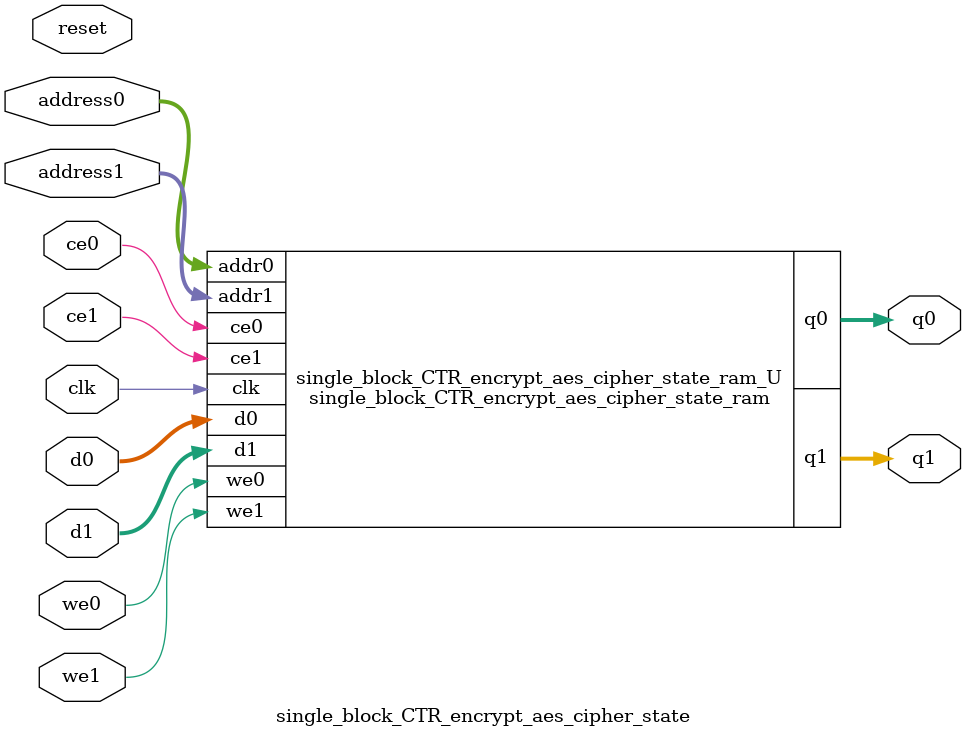
<source format=v>

`timescale 1 ns / 1 ps
module single_block_CTR_encrypt_aes_cipher_state_ram (addr0, ce0, d0, we0, q0, addr1, ce1, d1, we1, q1,  clk);

parameter DWIDTH = 8;
parameter AWIDTH = 4;
parameter MEM_SIZE = 16;

input[AWIDTH-1:0] addr0;
input ce0;
input[DWIDTH-1:0] d0;
input we0;
output reg[DWIDTH-1:0] q0;
input[AWIDTH-1:0] addr1;
input ce1;
input[DWIDTH-1:0] d1;
input we1;
output reg[DWIDTH-1:0] q1;
input clk;

(* ram_style = "block" *)reg [DWIDTH-1:0] ram[MEM_SIZE-1:0];




always @(posedge clk)  
begin 
    if (ce0) 
    begin
        if (we0) 
        begin 
            ram[addr0] <= d0; 
            q0 <= d0;
        end 
        else 
            q0 <= ram[addr0];
    end
end


always @(posedge clk)  
begin 
    if (ce1) 
    begin
        if (we1) 
        begin 
            ram[addr1] <= d1; 
            q1 <= d1;
        end 
        else 
            q1 <= ram[addr1];
    end
end


endmodule


`timescale 1 ns / 1 ps
module single_block_CTR_encrypt_aes_cipher_state(
    reset,
    clk,
    address0,
    ce0,
    we0,
    d0,
    q0,
    address1,
    ce1,
    we1,
    d1,
    q1);

parameter DataWidth = 32'd8;
parameter AddressRange = 32'd16;
parameter AddressWidth = 32'd4;
input reset;
input clk;
input[AddressWidth - 1:0] address0;
input ce0;
input we0;
input[DataWidth - 1:0] d0;
output[DataWidth - 1:0] q0;
input[AddressWidth - 1:0] address1;
input ce1;
input we1;
input[DataWidth - 1:0] d1;
output[DataWidth - 1:0] q1;



single_block_CTR_encrypt_aes_cipher_state_ram single_block_CTR_encrypt_aes_cipher_state_ram_U(
    .clk( clk ),
    .addr0( address0 ),
    .ce0( ce0 ),
    .d0( d0 ),
    .we0( we0 ),
    .q0( q0 ),
    .addr1( address1 ),
    .ce1( ce1 ),
    .d1( d1 ),
    .we1( we1 ),
    .q1( q1 ));

endmodule


</source>
